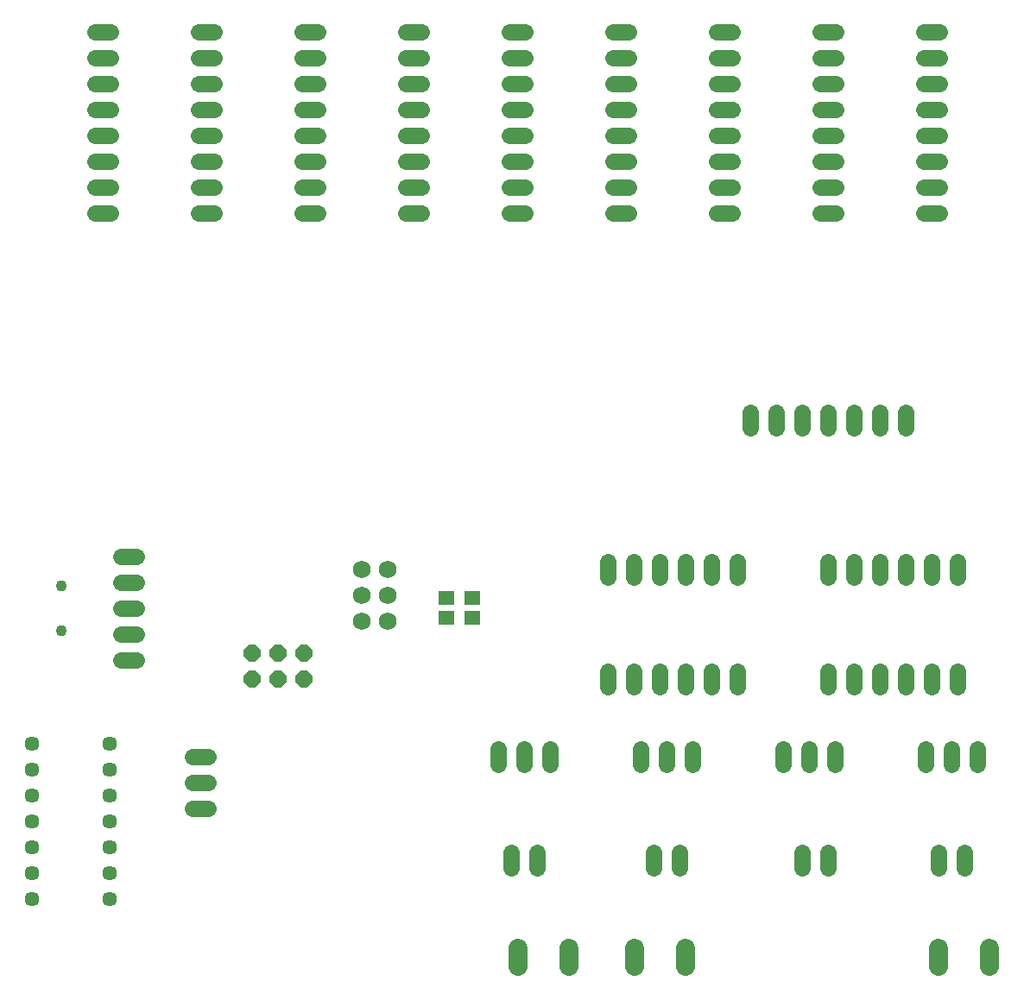
<source format=gbs>
G04 EAGLE Gerber RS-274X export*
G75*
%MOMM*%
%FSLAX34Y34*%
%LPD*%
%INSoldermask Bottom*%
%IPPOS*%
%AMOC8*
5,1,8,0,0,1.08239X$1,22.5*%
G01*
%ADD10C,1.101600*%
%ADD11C,1.625600*%
%ADD12C,1.727200*%
%ADD13C,1.445000*%
%ADD14C,1.892300*%
%ADD15R,1.601600X1.401600*%
%ADD16P,1.759533X8X22.500000*%


D10*
X54450Y409350D03*
X54450Y365350D03*
D11*
X87630Y901700D02*
X102870Y901700D01*
X102870Y927100D02*
X87630Y927100D01*
X87630Y952500D02*
X102870Y952500D01*
X102870Y876300D02*
X87630Y876300D01*
X87630Y850900D02*
X102870Y850900D01*
X102870Y825500D02*
X87630Y825500D01*
X87630Y800100D02*
X102870Y800100D01*
X102870Y774700D02*
X87630Y774700D01*
X641350Y325120D02*
X641350Y309880D01*
X615950Y309880D02*
X615950Y325120D01*
X590550Y325120D02*
X590550Y309880D01*
X666750Y309880D02*
X666750Y325120D01*
X692150Y325120D02*
X692150Y309880D01*
X717550Y309880D02*
X717550Y325120D01*
X857250Y325120D02*
X857250Y309880D01*
X831850Y309880D02*
X831850Y325120D01*
X806450Y325120D02*
X806450Y309880D01*
X882650Y309880D02*
X882650Y325120D01*
X908050Y325120D02*
X908050Y309880D01*
X933450Y309880D02*
X933450Y325120D01*
X641350Y417830D02*
X641350Y433070D01*
X615950Y433070D02*
X615950Y417830D01*
X590550Y417830D02*
X590550Y433070D01*
X666750Y433070D02*
X666750Y417830D01*
X692150Y417830D02*
X692150Y433070D01*
X717550Y433070D02*
X717550Y417830D01*
X857250Y417830D02*
X857250Y433070D01*
X831850Y433070D02*
X831850Y417830D01*
X806450Y417830D02*
X806450Y433070D01*
X882650Y433070D02*
X882650Y417830D01*
X908050Y417830D02*
X908050Y433070D01*
X933450Y433070D02*
X933450Y417830D01*
X831850Y563880D02*
X831850Y579120D01*
X857250Y579120D02*
X857250Y563880D01*
X882650Y563880D02*
X882650Y579120D01*
X806450Y579120D02*
X806450Y563880D01*
X781050Y563880D02*
X781050Y579120D01*
X755650Y579120D02*
X755650Y563880D01*
X730250Y563880D02*
X730250Y579120D01*
X495300Y147320D02*
X495300Y132080D01*
X520700Y132080D02*
X520700Y147320D01*
X635000Y147320D02*
X635000Y132080D01*
X660400Y132080D02*
X660400Y147320D01*
X781050Y147320D02*
X781050Y132080D01*
X806450Y132080D02*
X806450Y147320D01*
X914400Y147320D02*
X914400Y132080D01*
X939800Y132080D02*
X939800Y147320D01*
X482600Y233680D02*
X482600Y248920D01*
X508000Y248920D02*
X508000Y233680D01*
X533400Y233680D02*
X533400Y248920D01*
X622300Y248920D02*
X622300Y233680D01*
X647700Y233680D02*
X647700Y248920D01*
X673100Y248920D02*
X673100Y233680D01*
X762000Y233680D02*
X762000Y248920D01*
X787400Y248920D02*
X787400Y233680D01*
X812800Y233680D02*
X812800Y248920D01*
X901700Y248920D02*
X901700Y233680D01*
X927100Y233680D02*
X927100Y248920D01*
X952500Y248920D02*
X952500Y233680D01*
D12*
X349250Y400050D03*
X374650Y400050D03*
X374650Y425450D03*
X349250Y425450D03*
X349250Y374650D03*
X374650Y374650D03*
D13*
X25400Y254000D03*
X25400Y228600D03*
X25400Y203200D03*
X25400Y177800D03*
X25400Y152400D03*
X25400Y127000D03*
X25400Y101600D03*
X101600Y101600D03*
X101600Y127000D03*
X101600Y152400D03*
X101600Y177800D03*
X101600Y203200D03*
X101600Y228600D03*
X101600Y254000D03*
D11*
X113030Y438150D02*
X128270Y438150D01*
X128270Y412750D02*
X113030Y412750D01*
X113030Y387350D02*
X128270Y387350D01*
X128270Y361950D02*
X113030Y361950D01*
X113030Y336550D02*
X128270Y336550D01*
D14*
X914800Y53404D02*
X914800Y35497D01*
X964800Y35497D02*
X964800Y53404D01*
D11*
X204470Y901700D02*
X189230Y901700D01*
X189230Y927100D02*
X204470Y927100D01*
X204470Y952500D02*
X189230Y952500D01*
X189230Y876300D02*
X204470Y876300D01*
X204470Y850900D02*
X189230Y850900D01*
X189230Y825500D02*
X204470Y825500D01*
X204470Y800100D02*
X189230Y800100D01*
X189230Y774700D02*
X204470Y774700D01*
X290830Y901700D02*
X306070Y901700D01*
X306070Y927100D02*
X290830Y927100D01*
X290830Y952500D02*
X306070Y952500D01*
X306070Y876300D02*
X290830Y876300D01*
X290830Y850900D02*
X306070Y850900D01*
X306070Y825500D02*
X290830Y825500D01*
X290830Y800100D02*
X306070Y800100D01*
X306070Y774700D02*
X290830Y774700D01*
X392430Y901700D02*
X407670Y901700D01*
X407670Y927100D02*
X392430Y927100D01*
X392430Y952500D02*
X407670Y952500D01*
X407670Y876300D02*
X392430Y876300D01*
X392430Y850900D02*
X407670Y850900D01*
X407670Y825500D02*
X392430Y825500D01*
X392430Y800100D02*
X407670Y800100D01*
X407670Y774700D02*
X392430Y774700D01*
X494030Y901700D02*
X509270Y901700D01*
X509270Y927100D02*
X494030Y927100D01*
X494030Y952500D02*
X509270Y952500D01*
X509270Y876300D02*
X494030Y876300D01*
X494030Y850900D02*
X509270Y850900D01*
X509270Y825500D02*
X494030Y825500D01*
X494030Y800100D02*
X509270Y800100D01*
X509270Y774700D02*
X494030Y774700D01*
X595630Y901700D02*
X610870Y901700D01*
X610870Y927100D02*
X595630Y927100D01*
X595630Y952500D02*
X610870Y952500D01*
X610870Y876300D02*
X595630Y876300D01*
X595630Y850900D02*
X610870Y850900D01*
X610870Y825500D02*
X595630Y825500D01*
X595630Y800100D02*
X610870Y800100D01*
X610870Y774700D02*
X595630Y774700D01*
X697230Y901700D02*
X712470Y901700D01*
X712470Y927100D02*
X697230Y927100D01*
X697230Y952500D02*
X712470Y952500D01*
X712470Y876300D02*
X697230Y876300D01*
X697230Y850900D02*
X712470Y850900D01*
X712470Y825500D02*
X697230Y825500D01*
X697230Y800100D02*
X712470Y800100D01*
X712470Y774700D02*
X697230Y774700D01*
X798830Y901700D02*
X814070Y901700D01*
X814070Y927100D02*
X798830Y927100D01*
X798830Y952500D02*
X814070Y952500D01*
X814070Y876300D02*
X798830Y876300D01*
X798830Y850900D02*
X814070Y850900D01*
X814070Y825500D02*
X798830Y825500D01*
X798830Y800100D02*
X814070Y800100D01*
X814070Y774700D02*
X798830Y774700D01*
X900430Y901700D02*
X915670Y901700D01*
X915670Y927100D02*
X900430Y927100D01*
X900430Y952500D02*
X915670Y952500D01*
X915670Y876300D02*
X900430Y876300D01*
X900430Y850900D02*
X915670Y850900D01*
X915670Y825500D02*
X900430Y825500D01*
X900430Y800100D02*
X915670Y800100D01*
X915670Y774700D02*
X900430Y774700D01*
X198120Y241300D02*
X182880Y241300D01*
X182880Y215900D02*
X198120Y215900D01*
X198120Y190500D02*
X182880Y190500D01*
D15*
X431800Y396850D03*
X431800Y377850D03*
D14*
X502050Y53404D02*
X502050Y35497D01*
X552050Y35497D02*
X552050Y53404D01*
X616350Y53404D02*
X616350Y35497D01*
X666350Y35497D02*
X666350Y53404D01*
D16*
X241300Y317500D03*
X241300Y342900D03*
X266700Y317500D03*
X266700Y342900D03*
X292100Y317500D03*
X292100Y342900D03*
D15*
X457200Y396850D03*
X457200Y377850D03*
M02*

</source>
